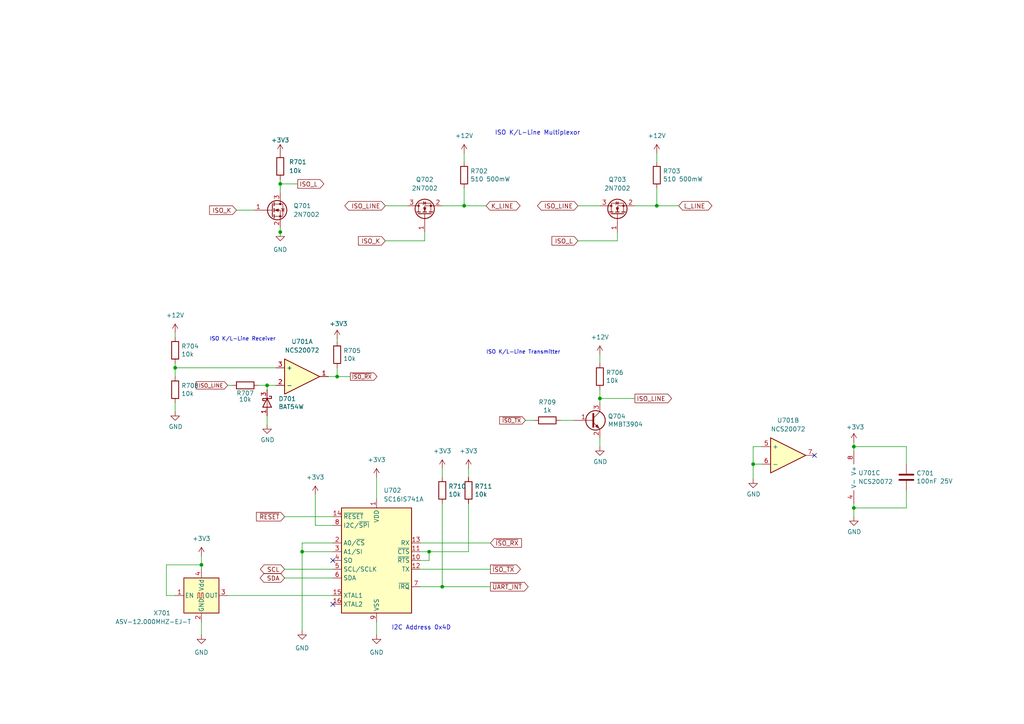
<source format=kicad_sch>
(kicad_sch (version 20211123) (generator eeschema)
  (paper "A4")
  (title_block (title "Vehicle CAN Collector") (date "2022-12-29") (rev "1") (company "Gavin Hurlbut"))
  (lib_symbols
    (symbol "Device:C" (pin_numbers hide) (pin_names (offset 0.254))
      (property "Reference" "C" (at 0.635 2.54 0))
      (property "Value" "C" (at 0.635 -2.54 0))
      (symbol "C_0_1"
        (polyline (pts (xy -2.032 -0.762) (xy 2.032 -0.762)) (stroke (width 0.508)))
        (polyline (pts (xy -2.032 0.762) (xy 2.032 0.762)) (stroke (width 0.508)))
      )
      (symbol "C_1_1"
        (pin passive line (at 0 3.81 270) (length 2.794) (name "~") (number "1"))
        (pin passive line (at 0 -3.81 90) (length 2.794) (name "~") (number "2"))
      )
    )
    (symbol "Device:Opamp_Dual"
      (property "Reference" "U" (at 0 5.08 0))
      (property "Value" "Opamp_Dual" (at 0 -5.08 0))
      (symbol "Opamp_Dual_1_1"
        (polyline (pts (xy -5.08 5.08) (xy 5.08 0) (xy -5.08 -5.08) (xy -5.08 5.08)) (stroke (width 0.254)) (fill (type background)))
        (pin output line (at 7.62 0 180) (length 2.54) (name "~") (number "1"))
        (pin input line (at -7.62 -2.54 0) (length 2.54) (name "-") (number "2"))
        (pin input line (at -7.62 2.54 0) (length 2.54) (name "+") (number "3"))
      )
      (symbol "Opamp_Dual_2_1"
        (polyline (pts (xy -5.08 5.08) (xy 5.08 0) (xy -5.08 -5.08) (xy -5.08 5.08)) (stroke (width 0.254)) (fill (type background)))
        (pin input line (at -7.62 2.54 0) (length 2.54) (name "+") (number "5"))
        (pin input line (at -7.62 -2.54 0) (length 2.54) (name "-") (number "6"))
        (pin output line (at 7.62 0 180) (length 2.54) (name "~") (number "7"))
      )
      (symbol "Opamp_Dual_3_1"
        (pin power_in line (at -2.54 -7.62 90) (length 3.81) (name "V-") (number "4"))
        (pin power_in line (at -2.54 7.62 270) (length 3.81) (name "V+") (number "8"))
      )
    )
    (symbol "Device:R" (pin_numbers hide) (pin_names (offset 0))
      (property "Reference" "R" (at 2.032 0 90))
      (property "Value" "R" (at 0 0 90))
      (symbol "R_0_1"
        (rectangle (start -1.016 -2.54) (end 1.016 2.54) (stroke (width 0.254)))
      )
      (symbol "R_1_1"
        (pin passive line (at 0 3.81 270) (length 1.27) (name "~") (number "1"))
        (pin passive line (at 0 -3.81 90) (length 1.27) (name "~") (number "2"))
      )
    )
    (symbol "Diode:BAT54W" (pin_names (offset 1.016) hide)
      (property "Reference" "D" (at 0 2.54 0))
      (property "Value" "BAT54W" (at 0 -2.54 0))
      (symbol "BAT54W_0_1"
        (polyline (pts (xy 1.27 0) (xy -1.27 0)))
        (polyline (pts (xy 1.27 1.27) (xy 1.27 -1.27) (xy -1.27 0) (xy 1.27 1.27)) (stroke (width 0.254)))
        (polyline (pts (xy -1.905 0.635) (xy -1.905 1.27) (xy -1.27 1.27) (xy -1.27 -1.27) (xy -0.635 -1.27) (xy -0.635 -0.635)) (stroke (width 0.254)))
      )
      (symbol "BAT54W_1_1"
        (pin passive line (at 3.81 0 180) (length 2.54) (name "A") (number "1"))
        (pin no_connect line (at 0 0 90) (length 2.54) hide (name "NC") (number "2"))
        (pin passive line (at -3.81 0 0) (length 2.54) (name "K") (number "3"))
      )
    )
    (symbol "Interface_UART:SC16IS740"
      (property "Reference" "U" (at -8.89 16.51 0))
      (property "Value" "SC16IS740" (at 7.62 16.51 0))
      (symbol "SC16IS740_0_1"
        (rectangle (start -10.16 15.24) (end 10.16 -15.24) (stroke (width 0.254)) (fill (type background)))
      )
      (symbol "SC16IS740_1_1"
        (pin power_in line (at 0 17.78 270) (length 2.54) (name "VDD") (number "1"))
        (pin output line (at 12.7 0 180) (length 2.54) (name "~{RTS}") (number "10"))
        (pin input line (at 12.7 2.54 180) (length 2.54) (name "~{CTS}") (number "11"))
        (pin output line (at 12.7 -2.54 180) (length 2.54) (name "TX") (number "12"))
        (pin input line (at 12.7 5.08 180) (length 2.54) (name "RX") (number "13"))
        (pin input line (at -12.7 12.7 0) (length 2.54) (name "~{RESET}") (number "14"))
        (pin input line (at -12.7 -10.16 0) (length 2.54) (name "XTAL1") (number "15"))
        (pin output line (at -12.7 -12.7 0) (length 2.54) (name "XTAL2") (number "16"))
        (pin input line (at -12.7 5.08 0) (length 2.54) (name "A0/~{CS}") (number "2"))
        (pin input line (at -12.7 2.54 0) (length 2.54) (name "A1/SI") (number "3"))
        (pin output line (at -12.7 0 0) (length 2.54) (name "SO") (number "4"))
        (pin input line (at -12.7 -2.54 0) (length 2.54) (name "SCL/SCLK") (number "5"))
        (pin bidirectional line (at -12.7 -5.08 0) (length 2.54) (name "SDA") (number "6"))
        (pin open_collector line (at 12.7 -7.62 180) (length 2.54) (name "~{IRQ}") (number "7"))
        (pin input line (at -12.7 10.16 0) (length 2.54) (name "I2C/~{SPI}") (number "8"))
        (pin power_in line (at 0 -17.78 90) (length 2.54) (name "VSS") (number "9"))
      )
    )
    (symbol "Oscillator:ASV-xxxMHz" (pin_names (offset 0.254))
      (property "Reference" "X" (at -5.08 6.35 0))
      (property "Value" "ASV-xxxMHz" (at 1.27 -6.35 0))
      (symbol "ASV-xxxMHz_0_1"
        (rectangle (start -5.08 5.08) (end 5.08 -5.08) (stroke (width 0.254)) (fill (type background)))
        (polyline (pts (xy -1.27 -0.762) (xy -1.016 -0.762) (xy -1.016 0.762) (xy -0.508 0.762) (xy -0.508 -0.762) (xy 0 -0.762) (xy 0 0.762) (xy 0.508 0.762) (xy 0.508 -0.762) (xy 0.762 -0.762)))
      )
      (symbol "ASV-xxxMHz_1_1"
        (pin input line (at -7.62 0 0) (length 2.54) (name "EN") (number "1"))
        (pin power_in line (at 0 -7.62 90) (length 2.54) (name "GND") (number "2"))
        (pin output line (at 7.62 0 180) (length 2.54) (name "OUT") (number "3"))
        (pin power_in line (at 0 7.62 270) (length 2.54) (name "Vdd") (number "4"))
      )
    )
    (symbol "Transistor_BJT:MMBT3904" (pin_names (offset 0) hide)
      (property "Reference" "Q" (at 5.08 1.905 0))
      (property "Value" "MMBT3904" (at 5.08 0 0))
      (symbol "MMBT3904_0_1"
        (polyline (pts (xy 0.635 0.635) (xy 2.54 2.54)))
        (polyline (pts (xy 0.635 -0.635) (xy 2.54 -2.54) (xy 2.54 -2.54)))
        (polyline (pts (xy 0.635 1.905) (xy 0.635 -1.905) (xy 0.635 -1.905)) (stroke (width 0.508)))
        (polyline (pts (xy 1.27 -1.778) (xy 1.778 -1.27) (xy 2.286 -2.286) (xy 1.27 -1.778) (xy 1.27 -1.778)) (fill (type outline)))
        (circle (center 1.27 0) (radius 2.8194) (stroke (width 0.254)))
      )
      (symbol "MMBT3904_1_1"
        (pin input line (at -5.08 0 0) (length 5.715) (name "B") (number "1"))
        (pin passive line (at 2.54 -5.08 90) (length 2.54) (name "E") (number "2"))
        (pin passive line (at 2.54 5.08 270) (length 2.54) (name "C") (number "3"))
      )
    )
    (symbol "Transistor_FET:2N7002" (pin_names hide)
      (property "Reference" "Q" (at 5.08 1.905 0))
      (property "Value" "2N7002" (at 5.08 0 0))
      (symbol "2N7002_0_1"
        (polyline (pts (xy 0.254 0) (xy -2.54 0)))
        (polyline (pts (xy 0.254 1.905) (xy 0.254 -1.905)) (stroke (width 0.254)))
        (polyline (pts (xy 0.762 -1.27) (xy 0.762 -2.286)) (stroke (width 0.254)))
        (polyline (pts (xy 0.762 0.508) (xy 0.762 -0.508)) (stroke (width 0.254)))
        (polyline (pts (xy 0.762 2.286) (xy 0.762 1.27)) (stroke (width 0.254)))
        (polyline (pts (xy 2.54 2.54) (xy 2.54 1.778)))
        (polyline (pts (xy 2.54 -2.54) (xy 2.54 0) (xy 0.762 0)))
        (polyline (pts (xy 0.762 -1.778) (xy 3.302 -1.778) (xy 3.302 1.778) (xy 0.762 1.778)))
        (polyline (pts (xy 1.016 0) (xy 2.032 0.381) (xy 2.032 -0.381) (xy 1.016 0)) (fill (type outline)))
        (polyline (pts (xy 2.794 0.508) (xy 2.921 0.381) (xy 3.683 0.381) (xy 3.81 0.254)))
        (polyline (pts (xy 3.302 0.381) (xy 2.921 -0.254) (xy 3.683 -0.254) (xy 3.302 0.381)))
        (circle (center 1.651 0) (radius 2.794) (stroke (width 0.254)))
        (circle (center 2.54 -1.778) (radius 0.254) (fill (type outline)))
        (circle (center 2.54 1.778) (radius 0.254) (fill (type outline)))
      )
      (symbol "2N7002_1_1"
        (pin input line (at -5.08 0 0) (length 2.54) (name "G") (number "1"))
        (pin passive line (at 2.54 -5.08 90) (length 2.54) (name "S") (number "2"))
        (pin passive line (at 2.54 5.08 270) (length 2.54) (name "D") (number "3"))
      )
    )
    (symbol "power:+12V" (power) (pin_names (offset 0))
      (property "Value" "+12V" (at 0 3.556 0))
      (symbol "+12V_0_1"
        (polyline (pts (xy -0.762 1.27) (xy 0 2.54)))
        (polyline (pts (xy 0 0) (xy 0 2.54)))
        (polyline (pts (xy 0 2.54) (xy 0.762 1.27)))
      )
      (symbol "+12V_1_1"
        (pin power_in line (at 0 0 90) (length 0) hide (name "+12V") (number "1"))
      )
    )
    (symbol "power:+3V3" (power) (pin_names (offset 0))
      (property "Value" "+3V3" (at 0 3.556 0))
      (symbol "+3V3_0_1"
        (polyline (pts (xy -0.762 1.27) (xy 0 2.54)))
        (polyline (pts (xy 0 0) (xy 0 2.54)))
        (polyline (pts (xy 0 2.54) (xy 0.762 1.27)))
      )
      (symbol "+3V3_1_1"
        (pin power_in line (at 0 0 90) (length 0) hide (name "+3V3") (number "1"))
      )
    )
    (symbol "power:GND" (power) (pin_names (offset 0))
      (property "Value" "GND" (at 0 -3.81 0))
      (symbol "GND_0_1"
        (polyline (pts (xy 0 0) (xy 0 -1.27) (xy 1.27 -1.27) (xy 0 -2.54) (xy -1.27 -1.27) (xy 0 -1.27)))
      )
      (symbol "GND_1_1"
        (pin power_in line (at 0 0 270) (length 0) hide (name "GND") (number "1"))
      )
    )
  )
  (junction (at 247.65 147.32))
  (junction (at 77.47 111.76))
  (junction (at 58.42 163.83))
  (junction (at 134.62 59.69))
  (junction (at 50.8 106.68))
  (junction (at 124.46 160.02))
  (junction (at 173.99 115.57))
  (junction (at 128.27 170.18))
  (junction (at 218.44 134.62))
  (junction (at 87.63 160.02))
  (junction (at 247.65 129.54))
  (junction (at 97.79 109.22))
  (junction (at 81.28 53.34))
  (junction (at 81.28 67.31))
  (junction (at 190.5 59.69))
  (no_connect (at 96.52 175.26))
  (no_connect (at 96.52 162.56))
  (no_connect (at 236.22 132.08))
  (wire (pts (xy 82.55 167.64) (xy 96.52 167.64)))
  (wire (pts (xy 77.47 120.65) (xy 77.47 123.19)))
  (wire (pts (xy 135.89 135.89) (xy 135.89 138.43)))
  (wire (pts (xy 173.99 115.57) (xy 173.99 116.84)))
  (wire (pts (xy 95.25 109.22) (xy 97.79 109.22)))
  (wire (pts (xy 247.65 129.54) (xy 247.65 130.81)))
  (wire (pts (xy 81.28 53.34) (xy 86.36 53.34)))
  (wire (pts (xy 81.28 52.07) (xy 81.28 53.34)))
  (wire (pts (xy 247.65 147.32) (xy 247.65 149.86)))
  (wire (pts (xy 247.65 146.05) (xy 247.65 147.32)))
  (wire (pts (xy 173.99 113.03) (xy 173.99 115.57)))
  (wire (pts (xy 173.99 127) (xy 173.99 129.54)))
  (wire (pts (xy 262.89 147.32) (xy 247.65 147.32)))
  (wire (pts (xy 97.79 99.06) (xy 97.79 98.298)))
  (wire (pts (xy 50.8 106.68) (xy 50.8 109.22)))
  (wire (pts (xy 152.4 121.92) (xy 154.94 121.92)))
  (wire (pts (xy 121.92 160.02) (xy 124.46 160.02)))
  (wire (pts (xy 81.28 53.34) (xy 81.28 55.88)))
  (wire (pts (xy 121.92 165.1) (xy 142.24 165.1)))
  (wire (pts (xy 173.99 115.57) (xy 184.15 115.57)))
  (wire (pts (xy 87.63 157.48) (xy 96.52 157.48)))
  (wire (pts (xy 77.47 111.76) (xy 80.01 111.76)))
  (wire (pts (xy 247.65 128.27) (xy 247.65 129.54)))
  (wire (pts (xy 87.63 160.02) (xy 87.63 157.48)))
  (wire (pts (xy 173.99 102.87) (xy 173.99 105.41)))
  (wire (pts (xy 111.76 59.69) (xy 118.11 59.69)))
  (wire (pts (xy 81.28 67.31) (xy 81.28 68.58)))
  (wire (pts (xy 162.56 121.92) (xy 166.37 121.92)))
  (wire (pts (xy 121.92 157.48) (xy 142.24 157.48)))
  (wire (pts (xy 134.62 44.45) (xy 134.62 46.99)))
  (wire (pts (xy 134.62 54.61) (xy 134.62 59.69)))
  (wire (pts (xy 50.8 172.72) (xy 48.26 172.72)))
  (wire (pts (xy 50.8 106.68) (xy 80.01 106.68)))
  (wire (pts (xy 50.8 97.79) (xy 50.8 96.52)))
  (wire (pts (xy 190.5 44.45) (xy 190.5 46.99)))
  (wire (pts (xy 128.27 59.69) (xy 134.62 59.69)))
  (wire (pts (xy 247.65 129.54) (xy 262.89 129.54)))
  (wire (pts (xy 97.79 106.68) (xy 97.79 109.22)))
  (wire (pts (xy 218.44 134.62) (xy 220.98 134.62)))
  (wire (pts (xy 124.46 160.02) (xy 135.89 160.02)))
  (wire (pts (xy 184.15 59.69) (xy 190.5 59.69)))
  (wire (pts (xy 128.27 135.89) (xy 128.27 138.43)))
  (wire (pts (xy 97.79 109.22) (xy 101.6 109.22)))
  (wire (pts (xy 190.5 54.61) (xy 190.5 59.69)))
  (wire (pts (xy 68.58 60.96) (xy 73.66 60.96)))
  (wire (pts (xy 190.5 59.69) (xy 196.85 59.69)))
  (wire (pts (xy 218.44 129.54) (xy 220.98 129.54)))
  (wire (pts (xy 48.26 172.72) (xy 48.26 163.83)))
  (wire (pts (xy 128.27 170.18) (xy 121.92 170.18)))
  (wire (pts (xy 50.8 105.41) (xy 50.8 106.68)))
  (wire (pts (xy 179.07 69.85) (xy 179.07 67.31)))
  (wire (pts (xy 167.64 69.85) (xy 179.07 69.85)))
  (wire (pts (xy 58.42 163.83) (xy 58.42 161.29)))
  (wire (pts (xy 50.8 116.84) (xy 50.8 119.38)))
  (wire (pts (xy 58.42 163.83) (xy 58.42 165.1)))
  (wire (pts (xy 262.89 142.24) (xy 262.89 147.32)))
  (wire (pts (xy 128.27 170.18) (xy 142.24 170.18)))
  (wire (pts (xy 91.44 152.4) (xy 96.52 152.4)))
  (wire (pts (xy 124.46 162.56) (xy 124.46 160.02)))
  (wire (pts (xy 91.44 143.51) (xy 91.44 152.4)))
  (wire (pts (xy 134.62 59.69) (xy 140.97 59.69)))
  (wire (pts (xy 77.47 111.76) (xy 77.47 113.03)))
  (wire (pts (xy 74.93 111.76) (xy 77.47 111.76)))
  (wire (pts (xy 87.63 160.02) (xy 96.52 160.02)))
  (wire (pts (xy 109.22 180.34) (xy 109.22 184.15)))
  (wire (pts (xy 167.64 59.69) (xy 173.99 59.69)))
  (wire (pts (xy 111.76 69.85) (xy 123.19 69.85)))
  (wire (pts (xy 82.55 165.1) (xy 96.52 165.1)))
  (wire (pts (xy 87.63 182.88) (xy 87.63 160.02)))
  (wire (pts (xy 48.26 163.83) (xy 58.42 163.83)))
  (wire (pts (xy 66.04 111.76) (xy 67.31 111.76)))
  (wire (pts (xy 262.89 134.62) (xy 262.89 129.54)))
  (wire (pts (xy 218.44 134.62) (xy 218.44 129.54)))
  (wire (pts (xy 109.22 138.43) (xy 109.22 144.78)))
  (wire (pts (xy 218.44 138.938) (xy 218.44 134.62)))
  (wire (pts (xy 58.42 180.34) (xy 58.42 184.15)))
  (wire (pts (xy 128.27 146.05) (xy 128.27 170.18)))
  (wire (pts (xy 82.55 149.86) (xy 96.52 149.86)))
  (wire (pts (xy 135.89 160.02) (xy 135.89 146.05)))
  (wire (pts (xy 66.04 172.72) (xy 96.52 172.72)))
  (wire (pts (xy 121.92 162.56) (xy 124.46 162.56)))
  (wire (pts (xy 123.19 69.85) (xy 123.19 67.31)))
  (wire (pts (xy 81.28 66.04) (xy 81.28 67.31)))
  (text "I2C Address 0x4D" (at 130.81 182.88 180) (effects (font (size 1.27 1.27)) (justify right bottom)))
  (text "ISO K/L-Line Transmitter" (at 162.56 102.87 180) (effects (font (size 1.0922 1.0922)) (justify right bottom)))
  (text "ISO K/L-Line Receiver" (at 80.01 99.06 180) (effects (font (size 1.0922 1.0922)) (justify right bottom)))
  (text "ISO K/L-Line Multiplexor" (at 143.51 39.37 0) (effects (font (size 1.27 1.27)) (justify left bottom)))
  (global_label "~{RESET}" (shape input) (at 82.55 149.86 180) (property "Intersheet References" "${INTERSHEET_REFS}" (effects hide)))
  (global_label "ISO_LINE" (shape bidirectional) (at 167.64 59.69 180) (property "Intersheet References" "${INTERSHEET_REFS}" (effects hide)))
  (global_label "ISO_LINE" (shape output) (at 184.15 115.57 0) (property "Intersheet References" "${INTERSHEET_REFS}" (effects hide)))
  (global_label "K_LINE" (shape bidirectional) (at 140.97 59.69 0) (property "Intersheet References" "${INTERSHEET_REFS}" (effects hide)))
  (global_label "~{ISO_RX}" (shape input) (at 142.24 157.48 0) (property "Intersheet References" "${INTERSHEET_REFS}" (effects hide)))
  (global_label "ISO_LINE" (shape input) (at 66.04 111.76 180) (effects (font (size 1.0922 1.0922))) (property "Intersheet References" "${INTERSHEET_REFS}" (effects hide)))
  (global_label "ISO_K" (shape input) (at 68.58 60.96 180) (property "Intersheet References" "${INTERSHEET_REFS}" (effects hide)))
  (global_label "L_LINE" (shape bidirectional) (at 196.85 59.69 0) (property "Intersheet References" "${INTERSHEET_REFS}" (effects hide)))
  (global_label "ISO_LINE" (shape bidirectional) (at 111.76 59.69 180) (property "Intersheet References" "${INTERSHEET_REFS}" (effects hide)))
  (global_label "SDA" (shape bidirectional) (at 82.55 167.64 180) (property "Intersheet References" "${INTERSHEET_REFS}" (effects hide)))
  (global_label "~{ISO_RX}" (shape output) (at 101.6 109.22 0) (effects (font (size 1.0922 1.0922))) (property "Intersheet References" "${INTERSHEET_REFS}" (effects hide)))
  (global_label "ISO_L" (shape output) (at 86.36 53.34 0) (property "Intersheet References" "${INTERSHEET_REFS}" (effects hide)))
  (global_label "~{ISO_TX}" (shape input) (at 152.4 121.92 180) (effects (font (size 1.0922 1.0922))) (property "Intersheet References" "${INTERSHEET_REFS}" (effects hide)))
  (global_label "~{UART_INT}" (shape output) (at 142.24 170.18 0) (property "Intersheet References" "${INTERSHEET_REFS}" (effects hide)))
  (global_label "SCL" (shape bidirectional) (at 82.55 165.1 180) (property "Intersheet References" "${INTERSHEET_REFS}" (effects hide)))
  (global_label "ISO_K" (shape input) (at 111.76 69.85 180) (property "Intersheet References" "${INTERSHEET_REFS}" (effects hide)))
  (global_label "~{ISO_TX}" (shape output) (at 142.24 165.1 0) (property "Intersheet References" "${INTERSHEET_REFS}" (effects hide)))
  (global_label "ISO_L" (shape input) (at 167.64 69.85 180) (property "Intersheet References" "${INTERSHEET_REFS}" (effects hide)))
  (symbol (lib_id "power:+3V3") (at 135.89 135.89 0) (unit 1)
    (property "Reference" "#PWR0713" (effects hide))
    (property "Value" "+3V3" (at 135.89 130.81 0))
  )
  (symbol (lib_id "Device:R") (at 135.89 142.24 0) (unit 1)
    (property "Reference" "R711" (at 137.668 141.0716 0) (effects (justify left)))
    (property "Value" "10k" (at 137.668 143.383 0) (effects (justify left)))
    (property "Footprint" "Resistor_SMD:R_0805_2012Metric_Pad1.20x1.40mm_HandSolder" (effects hide))
  )
  (symbol (lib_id "power:GND") (at 50.8 119.38 0) (unit 1)
    (property "Reference" "#PWR0708" (effects hide))
    (property "Value" "GND" (at 50.927 123.7742 0))
  )
  (symbol (lib_id "Device:R") (at 71.12 111.76 270) (unit 1)
    (property "Reference" "R707" (at 71.12 114.046 90))
    (property "Value" "10k" (at 71.12 115.824 90))
    (property "Footprint" "Resistor_SMD:R_0805_2012Metric_Pad1.20x1.40mm_HandSolder" (effects hide))
  )
  (symbol (lib_id "power:+3V3") (at 109.22 138.43 0) (unit 1)
    (property "Reference" "#PWR0714" (effects hide))
    (property "Value" "+3V3" (at 109.22 133.35 0))
  )
  (symbol (lib_id "Oscillator:ASV-xxxMHz") (at 58.42 172.72 0) (unit 1)
    (property "Reference" "X701" (at 46.99 177.8 0))
    (property "Value" "ASV-12.000MHZ-EJ-T" (at 44.45 180.34 0))
    (property "Footprint" "Oscillator:Oscillator_SMD_Abracon_ASV-4Pin_7.0x5.1mm" (effects hide))
    (property "Datasheet" "http://www.abracon.com/Oscillators/ASV.pdf" (effects hide))
  )
  (symbol (lib_id "Device:R") (at 158.75 121.92 270) (unit 1)
    (property "Reference" "R709" (at 158.75 116.6622 90))
    (property "Value" "1k" (at 158.75 118.9736 90))
    (property "Footprint" "Resistor_SMD:R_0805_2012Metric_Pad1.20x1.40mm_HandSolder" (effects hide))
  )
  (symbol (lib_id "Interface_UART:SC16IS740") (at 109.22 162.56 0) (unit 1)
    (property "Reference" "U702" (at 111.2394 142.24 0) (effects (justify left)))
    (property "Value" "SC16IS741A" (at 111.2394 144.78 0) (effects (justify left)))
    (property "Footprint" "Package_SO:TSSOP-16_4.4x5mm_P0.65mm" (effects hide))
    (property "Datasheet" "https://www.nxp.com/docs/en/data-sheet/SC16IS740_750_760.pdf" (effects hide))
  )
  (symbol (lib_id "power:+3V3") (at 81.28 44.45 0) (unit 1)
    (property "Reference" "#PWR0701" (effects hide))
    (property "Value" "+3V3" (at 81.28 40.64 0))
  )
  (symbol (lib_id "Device:R") (at 190.5 50.8 0) (unit 1)
    (property "Reference" "R703" (at 192.278 49.6316 0) (effects (justify left)))
    (property "Value" "510 500mW" (at 192.278 51.943 0) (effects (justify left)))
    (property "Footprint" "Resistor_SMD:R_1210_3225Metric_Pad1.30x2.65mm_HandSolder" (effects hide))
  )
  (symbol (lib_id "Transistor_FET:2N7002") (at 123.19 62.23 90) (unit 1)
    (property "Reference" "Q702" (at 123.19 52.07 90))
    (property "Value" "2N7002" (at 123.19 54.61 90))
    (property "Footprint" "Package_TO_SOT_SMD:SOT-23" (effects hide))
    (property "Datasheet" "https://www.onsemi.com/pub/Collateral/NDS7002A-D.PDF" (effects hide))
  )
  (symbol (lib_id "Device:R") (at 50.8 113.03 0) (unit 1)
    (property "Reference" "R708" (at 52.578 111.8616 0) (effects (justify left)))
    (property "Value" "10k" (at 52.578 114.173 0) (effects (justify left)))
    (property "Footprint" "Resistor_SMD:R_0805_2012Metric_Pad1.20x1.40mm_HandSolder" (effects hide))
  )
  (symbol (lib_id "Device:R") (at 173.99 109.22 0) (unit 1)
    (property "Reference" "R706" (at 175.768 108.0516 0) (effects (justify left)))
    (property "Value" "10k" (at 175.768 110.363 0) (effects (justify left)))
    (property "Footprint" "Resistor_SMD:R_0805_2012Metric_Pad1.20x1.40mm_HandSolder" (effects hide))
  )
  (symbol (lib_id "Device:Opamp_Dual") (at 87.63 109.22 0) (unit 1)
    (property "Reference" "U701" (at 87.63 99.06 0))
    (property "Value" "NCS20072" (at 87.63 101.6 0))
    (property "Footprint" "Package_SO:TSSOP-8_4.4x3mm_P0.65mm" (effects hide))
  )
  (symbol (lib_id "power:+12V") (at 134.62 44.45 0) (unit 1)
    (property "Reference" "#PWR0702" (effects hide))
    (property "Value" "+12V" (at 134.62 39.37 0))
  )
  (symbol (lib_id "Device:R") (at 134.62 50.8 0) (unit 1)
    (property "Reference" "R702" (at 136.398 49.6316 0) (effects (justify left)))
    (property "Value" "510 500mW" (at 136.398 51.943 0) (effects (justify left)))
    (property "Footprint" "Resistor_SMD:R_1210_3225Metric_Pad1.30x2.65mm_HandSolder" (effects hide))
  )
  (symbol (lib_id "power:+12V") (at 173.99 102.87 0) (unit 1)
    (property "Reference" "#PWR0707" (effects hide))
    (property "Value" "+12V" (at 173.99 97.79 0))
  )
  (symbol (lib_id "power:GND") (at 247.65 149.86 0) (unit 1)
    (property "Reference" "#PWR0717" (effects hide))
    (property "Value" "GND" (at 247.777 154.2542 0))
  )
  (symbol (lib_id "power:GND") (at 77.47 123.19 0) (unit 1)
    (property "Reference" "#PWR0709" (effects hide))
    (property "Value" "GND" (at 77.597 127.5842 0))
  )
  (symbol (lib_id "power:+12V") (at 190.5 44.45 0) (unit 1)
    (property "Reference" "#PWR0703" (effects hide))
    (property "Value" "+12V" (at 190.5 39.37 0))
  )
  (symbol (lib_id "power:+3V3") (at 97.79 98.298 0) (unit 1)
    (property "Reference" "#PWR0706" (effects hide))
    (property "Value" "+3V3" (at 98.171 93.9038 0))
  )
  (symbol (lib_id "power:+3V3") (at 247.65 128.27 0) (unit 1)
    (property "Reference" "#PWR0710" (effects hide))
    (property "Value" "+3V3" (at 248.031 123.8758 0))
  )
  (symbol (lib_id "power:GND") (at 58.42 184.15 0) (unit 1)
    (property "Reference" "#PWR0720" (effects hide))
    (property "Value" "GND" (at 58.42 189.23 0))
  )
  (symbol (lib_id "Device:R") (at 128.27 142.24 0) (unit 1)
    (property "Reference" "R710" (at 130.048 141.0716 0) (effects (justify left)))
    (property "Value" "10k" (at 130.048 143.383 0) (effects (justify left)))
    (property "Footprint" "Resistor_SMD:R_0805_2012Metric_Pad1.20x1.40mm_HandSolder" (effects hide))
  )
  (symbol (lib_id "power:GND") (at 218.44 138.938 0) (unit 1)
    (property "Reference" "#PWR0715" (effects hide))
    (property "Value" "GND" (at 218.567 143.3322 0))
  )
  (symbol (lib_id "power:+3V3") (at 91.44 143.51 0) (unit 1)
    (property "Reference" "#PWR0716" (effects hide))
    (property "Value" "+3V3" (at 91.44 138.43 0))
  )
  (symbol (lib_id "power:+3V3") (at 58.42 161.29 0) (unit 1)
    (property "Reference" "#PWR0718" (effects hide))
    (property "Value" "+3V3" (at 58.42 156.21 0))
  )
  (symbol (lib_id "power:GND") (at 87.63 182.88 0) (unit 1)
    (property "Reference" "#PWR0719" (effects hide))
    (property "Value" "GND" (at 87.63 187.96 0))
  )
  (symbol (lib_id "Transistor_FET:2N7002") (at 179.07 62.23 90) (unit 1)
    (property "Reference" "Q703" (at 179.07 52.07 90))
    (property "Value" "2N7002" (at 179.07 54.61 90))
    (property "Footprint" "Package_TO_SOT_SMD:SOT-23" (effects hide))
    (property "Datasheet" "https://www.onsemi.com/pub/Collateral/NDS7002A-D.PDF" (effects hide))
  )
  (symbol (lib_id "power:GND") (at 81.28 67.31 0) (unit 1)
    (property "Reference" "#PWR0704" (effects hide))
    (property "Value" "GND" (at 81.28 72.39 0))
  )
  (symbol (lib_id "Device:C") (at 262.89 138.43 180) (unit 1)
    (property "Reference" "C701" (at 265.7856 137.2616 0) (effects (justify right)))
    (property "Value" "100nF 25V" (at 265.7856 139.573 0) (effects (justify right)))
    (property "Footprint" "Capacitor_SMD:C_0805_2012Metric_Pad1.18x1.45mm_HandSolder" (effects hide))
  )
  (symbol (lib_id "Device:Opamp_Dual") (at 228.6 132.08 0) (unit 2)
    (property "Reference" "U701" (at 228.6 121.92 0))
    (property "Value" "NCS20072" (at 228.6 124.46 0))
    (property "Footprint" "Package_SO:TSSOP-8_4.4x3mm_P0.65mm" (effects hide))
  )
  (symbol (lib_id "power:+3V3") (at 128.27 135.89 0) (unit 1)
    (property "Reference" "#PWR0712" (effects hide))
    (property "Value" "+3V3" (at 128.27 130.81 0))
  )
  (symbol (lib_id "Diode:BAT54W") (at 77.47 116.84 270) (unit 1)
    (property "Reference" "D701" (at 80.7466 115.6716 90) (effects (justify left)))
    (property "Value" "BAT54W" (at 80.7466 117.983 90) (effects (justify left)))
    (property "Footprint" "Package_TO_SOT_SMD:SOT-323_SC-70" (effects hide))
    (property "Datasheet" "https://assets.nexperia.com/documents/data-sheet/BAT54W_SER.pdf" (effects hide))
  )
  (symbol (lib_id "power:GND") (at 109.22 184.15 0) (unit 1)
    (property "Reference" "#PWR0721" (effects hide))
    (property "Value" "GND" (at 109.22 189.23 0))
  )
  (symbol (lib_id "Transistor_BJT:MMBT3904") (at 171.45 121.92 0) (unit 1)
    (property "Reference" "Q704" (at 176.3014 120.7516 0) (effects (justify left)))
    (property "Value" "MMBT3904" (at 176.3014 123.063 0) (effects (justify left)))
    (property "Footprint" "Package_TO_SOT_SMD:SOT-23" (effects hide))
    (property "Datasheet" "https://www.onsemi.com/pub/Collateral/2N3903-D.PDF" (effects hide))
  )
  (symbol (lib_id "power:GND") (at 173.99 129.54 0) (unit 1)
    (property "Reference" "#PWR0711" (effects hide))
    (property "Value" "GND" (at 174.117 133.9342 0))
  )
  (symbol (lib_id "Device:R") (at 50.8 101.6 0) (unit 1)
    (property "Reference" "R704" (at 52.578 100.4316 0) (effects (justify left)))
    (property "Value" "10k" (at 52.578 102.743 0) (effects (justify left)))
    (property "Footprint" "Resistor_SMD:R_0805_2012Metric_Pad1.20x1.40mm_HandSolder" (effects hide))
  )
  (symbol (lib_id "Transistor_FET:2N7002") (at 78.74 60.96 0) (unit 1)
    (property "Reference" "Q701" (at 85.09 59.6899 0) (effects (justify left)))
    (property "Value" "2N7002" (at 85.09 62.2299 0) (effects (justify left)))
    (property "Footprint" "Package_TO_SOT_SMD:SOT-23" (effects hide))
    (property "Datasheet" "https://www.onsemi.com/pub/Collateral/NDS7002A-D.PDF" (effects hide))
  )
  (symbol (lib_id "Device:R") (at 97.79 102.87 0) (unit 1)
    (property "Reference" "R705" (at 99.568 101.7016 0) (effects (justify left)))
    (property "Value" "10k" (at 99.568 104.013 0) (effects (justify left)))
    (property "Footprint" "Resistor_SMD:R_0805_2012Metric_Pad1.20x1.40mm_HandSolder" (effects hide))
  )
  (symbol (lib_id "Device:Opamp_Dual") (at 250.19 138.43 0) (unit 3)
    (property "Reference" "U701" (at 248.92 137.1599 0) (effects (justify left)))
    (property "Value" "NCS20072" (at 248.92 139.6999 0) (effects (justify left)))
    (property "Footprint" "Package_SO:TSSOP-8_4.4x3mm_P0.65mm" (effects hide))
  )
  (symbol (lib_id "power:+12V") (at 50.8 96.52 0) (unit 1)
    (property "Reference" "#PWR0705" (effects hide))
    (property "Value" "+12V" (at 50.8 91.44 0))
  )
  (symbol (lib_id "Device:R") (at 81.28 48.26 0) (unit 1)
    (property "Reference" "R701" (at 83.82 46.9899 0) (effects (justify left)))
    (property "Value" "10k" (at 83.82 49.5299 0) (effects (justify left)))
    (property "Footprint" "Resistor_SMD:R_0805_2012Metric_Pad1.20x1.40mm_HandSolder" (effects hide))
  )
)
</source>
